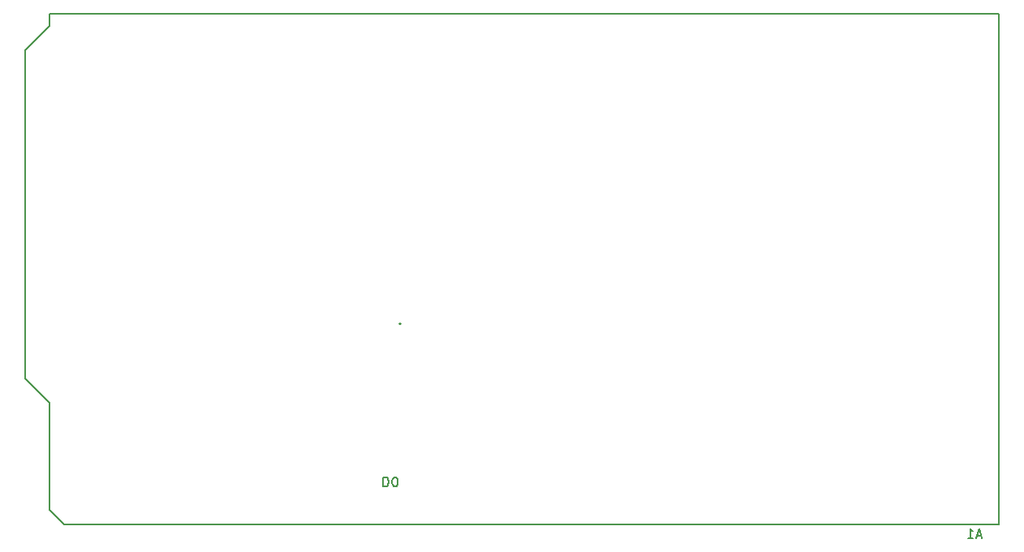
<source format=gbr>
%TF.GenerationSoftware,KiCad,Pcbnew,7.0.9*%
%TF.CreationDate,2023-11-10T10:13:10-06:00*%
%TF.ProjectId,controlSemaforicoMEga,636f6e74-726f-46c5-9365-6d61666f7269,rev?*%
%TF.SameCoordinates,PX4ef7d2aPY852b4f0*%
%TF.FileFunction,Legend,Bot*%
%TF.FilePolarity,Positive*%
%FSLAX46Y46*%
G04 Gerber Fmt 4.6, Leading zero omitted, Abs format (unit mm)*
G04 Created by KiCad (PCBNEW 7.0.9) date 2023-11-10 10:13:10*
%MOMM*%
%LPD*%
G01*
G04 APERTURE LIST*
%ADD10C,0.150000*%
G04 APERTURE END LIST*
D10*
X102822275Y27200896D02*
X102346085Y27200896D01*
X102917513Y26915181D02*
X102584180Y27915181D01*
X102584180Y27915181D02*
X102250847Y26915181D01*
X101393704Y26915181D02*
X101965132Y26915181D01*
X101679418Y26915181D02*
X101679418Y27915181D01*
X101679418Y27915181D02*
X101774656Y27772324D01*
X101774656Y27772324D02*
X101869894Y27677086D01*
X101869894Y27677086D02*
X101965132Y27629467D01*
X40409895Y33285820D02*
X40409895Y32285820D01*
X40409895Y32285820D02*
X40647990Y32285820D01*
X40647990Y32285820D02*
X40790847Y32333439D01*
X40790847Y32333439D02*
X40886085Y32428677D01*
X40886085Y32428677D02*
X40933704Y32523915D01*
X40933704Y32523915D02*
X40981323Y32714391D01*
X40981323Y32714391D02*
X40981323Y32857248D01*
X40981323Y32857248D02*
X40933704Y33047724D01*
X40933704Y33047724D02*
X40886085Y33142962D01*
X40886085Y33142962D02*
X40790847Y33238200D01*
X40790847Y33238200D02*
X40647990Y33285820D01*
X40647990Y33285820D02*
X40409895Y33285820D01*
X41600371Y32285820D02*
X41695609Y32285820D01*
X41695609Y32285820D02*
X41790847Y32333439D01*
X41790847Y32333439D02*
X41838466Y32381058D01*
X41838466Y32381058D02*
X41886085Y32476296D01*
X41886085Y32476296D02*
X41933704Y32666772D01*
X41933704Y32666772D02*
X41933704Y32904867D01*
X41933704Y32904867D02*
X41886085Y33095343D01*
X41886085Y33095343D02*
X41838466Y33190581D01*
X41838466Y33190581D02*
X41790847Y33238200D01*
X41790847Y33238200D02*
X41695609Y33285820D01*
X41695609Y33285820D02*
X41600371Y33285820D01*
X41600371Y33285820D02*
X41505133Y33238200D01*
X41505133Y33238200D02*
X41457514Y33190581D01*
X41457514Y33190581D02*
X41409895Y33095343D01*
X41409895Y33095343D02*
X41362276Y32904867D01*
X41362276Y32904867D02*
X41362276Y32666772D01*
X41362276Y32666772D02*
X41409895Y32476296D01*
X41409895Y32476296D02*
X41457514Y32381058D01*
X41457514Y32381058D02*
X41505133Y32333439D01*
X41505133Y32333439D02*
X41600371Y32285820D01*
X42163990Y49362420D02*
X42211609Y49314800D01*
X42211609Y49314800D02*
X42163990Y49267181D01*
X42163990Y49267181D02*
X42116371Y49314800D01*
X42116371Y49314800D02*
X42163990Y49362420D01*
X42163990Y49362420D02*
X42163990Y49267181D01*
%TO.C,A1*%
X104647990Y28386000D02*
X104647990Y81726000D01*
X104647990Y28386000D02*
X7111990Y28386000D01*
X104647990Y81726000D02*
X5587990Y81726000D01*
X7111990Y28386000D02*
X5587990Y29910000D01*
X5587990Y41086000D02*
X5587990Y29910000D01*
X5587990Y80456000D02*
X3047990Y77916000D01*
X5587990Y81726000D02*
X5587990Y80456000D01*
X3047990Y43626000D02*
X5587990Y41086000D01*
X3047990Y77916000D02*
X3047990Y43626000D01*
%TD*%
M02*

</source>
